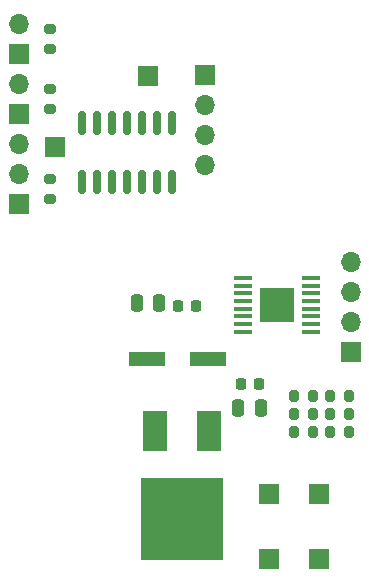
<source format=gts>
%TF.GenerationSoftware,KiCad,Pcbnew,(7.0.0-122-g9f10c142c4)*%
%TF.CreationDate,2023-03-06T13:40:13+09:00*%
%TF.ProjectId,stepper,73746570-7065-4722-9e6b-696361645f70,rev?*%
%TF.SameCoordinates,Original*%
%TF.FileFunction,Soldermask,Top*%
%TF.FilePolarity,Negative*%
%FSLAX46Y46*%
G04 Gerber Fmt 4.6, Leading zero omitted, Abs format (unit mm)*
G04 Created by KiCad (PCBNEW (7.0.0-122-g9f10c142c4)) date 2023-03-06 13:40:13*
%MOMM*%
%LPD*%
G01*
G04 APERTURE LIST*
G04 Aperture macros list*
%AMRoundRect*
0 Rectangle with rounded corners*
0 $1 Rounding radius*
0 $2 $3 $4 $5 $6 $7 $8 $9 X,Y pos of 4 corners*
0 Add a 4 corners polygon primitive as box body*
4,1,4,$2,$3,$4,$5,$6,$7,$8,$9,$2,$3,0*
0 Add four circle primitives for the rounded corners*
1,1,$1+$1,$2,$3*
1,1,$1+$1,$4,$5*
1,1,$1+$1,$6,$7*
1,1,$1+$1,$8,$9*
0 Add four rect primitives between the rounded corners*
20,1,$1+$1,$2,$3,$4,$5,0*
20,1,$1+$1,$4,$5,$6,$7,0*
20,1,$1+$1,$6,$7,$8,$9,0*
20,1,$1+$1,$8,$9,$2,$3,0*%
G04 Aperture macros list end*
%ADD10R,1.700000X1.700000*%
%ADD11RoundRect,0.150000X0.150000X-0.825000X0.150000X0.825000X-0.150000X0.825000X-0.150000X-0.825000X0*%
%ADD12RoundRect,0.200000X0.200000X0.275000X-0.200000X0.275000X-0.200000X-0.275000X0.200000X-0.275000X0*%
%ADD13O,1.700000X1.700000*%
%ADD14RoundRect,0.250000X-0.250000X-0.475000X0.250000X-0.475000X0.250000X0.475000X-0.250000X0.475000X0*%
%ADD15RoundRect,0.200000X0.275000X-0.200000X0.275000X0.200000X-0.275000X0.200000X-0.275000X-0.200000X0*%
%ADD16RoundRect,0.100000X0.675000X0.100000X-0.675000X0.100000X-0.675000X-0.100000X0.675000X-0.100000X0*%
%ADD17R,3.000000X3.000000*%
%ADD18RoundRect,0.225000X-0.225000X-0.250000X0.225000X-0.250000X0.225000X0.250000X-0.225000X0.250000X0*%
%ADD19R,2.000000X3.500000*%
%ADD20R,7.000000X7.000000*%
%ADD21R,3.098800X1.219200*%
G04 APERTURE END LIST*
D10*
%TO.C,J10*%
X146979995Y-103850006D03*
%TD*%
D11*
%TO.C,U2*%
X126920000Y-71920000D03*
X128190000Y-71920000D03*
X129460000Y-71920000D03*
X130730000Y-71920000D03*
X132000000Y-71920000D03*
X133270000Y-71920000D03*
X134540000Y-71920000D03*
X134540000Y-66970000D03*
X133270000Y-66970000D03*
X132000000Y-66970000D03*
X130730000Y-66970000D03*
X129460000Y-66970000D03*
X128190000Y-66970000D03*
X126920000Y-66970000D03*
%TD*%
D10*
%TO.C,J3*%
X132510687Y-62964868D03*
%TD*%
D12*
%TO.C,RSENA3*%
X146470000Y-90040000D03*
X144820000Y-90040000D03*
%TD*%
D10*
%TO.C,J1*%
X149649999Y-86329999D03*
D13*
X149649999Y-83789999D03*
X149649999Y-81249999D03*
X149649999Y-78709999D03*
%TD*%
D14*
%TO.C,C4*%
X140150000Y-91070000D03*
X142050000Y-91070000D03*
%TD*%
D15*
%TO.C,R1*%
X124170000Y-73335000D03*
X124170000Y-71685000D03*
%TD*%
D10*
%TO.C,J11*%
X121559999Y-73779999D03*
D13*
X121559999Y-71239999D03*
X121559999Y-68699999D03*
%TD*%
D12*
%TO.C,RSENB1*%
X149518000Y-93088000D03*
X147868000Y-93088000D03*
%TD*%
D10*
%TO.C,J9*%
X142779995Y-103850006D03*
%TD*%
%TO.C,J6*%
X146979995Y-98350006D03*
%TD*%
%TO.C,J4*%
X137329999Y-62849999D03*
D13*
X137329999Y-65389999D03*
X137329999Y-67929999D03*
X137329999Y-70469999D03*
%TD*%
D16*
%TO.C,U1*%
X146325000Y-84605000D03*
X146325000Y-83955000D03*
X146325000Y-83305000D03*
X146325000Y-82655000D03*
X146325000Y-82005000D03*
X146325000Y-81355000D03*
X146325000Y-80705000D03*
X146325000Y-80055000D03*
X140575000Y-80055000D03*
X140575000Y-80705000D03*
X140575000Y-81355000D03*
X140575000Y-82005000D03*
X140575000Y-82655000D03*
X140575000Y-83305000D03*
X140575000Y-83955000D03*
X140575000Y-84605000D03*
D17*
X143449999Y-82329999D03*
%TD*%
D15*
%TO.C,R3*%
X124170000Y-64065000D03*
X124170000Y-65715000D03*
%TD*%
D12*
%TO.C,RSENB2*%
X149518000Y-91564000D03*
X147868000Y-91564000D03*
%TD*%
%TO.C,RSENA2*%
X146470000Y-91564000D03*
X144820000Y-91564000D03*
%TD*%
D13*
%TO.C,J12*%
X121559999Y-58539999D03*
D10*
X121559999Y-61079999D03*
%TD*%
D12*
%TO.C,RSENB3*%
X149518000Y-90040000D03*
X147868000Y-90040000D03*
%TD*%
D13*
%TO.C,J13*%
X121559999Y-63619999D03*
D10*
X121559999Y-66159999D03*
%TD*%
D18*
%TO.C,C2*%
X135035000Y-82410000D03*
X136585000Y-82410000D03*
%TD*%
%TO.C,C5*%
X140375000Y-89030000D03*
X141925000Y-89030000D03*
%TD*%
D14*
%TO.C,C1*%
X131550000Y-82170000D03*
X133450000Y-82170000D03*
%TD*%
D12*
%TO.C,RSENA1*%
X146470000Y-93088000D03*
X144820000Y-93088000D03*
%TD*%
D19*
%TO.C,U3*%
X137689999Y-93019999D03*
X133109999Y-93019999D03*
D20*
X135389999Y-100419999D03*
%TD*%
D10*
%TO.C,J7*%
X124610687Y-68964868D03*
%TD*%
%TO.C,J5*%
X142779995Y-98350006D03*
%TD*%
D21*
%TO.C,C3*%
X137552699Y-86949999D03*
X132447299Y-86949999D03*
%TD*%
D15*
%TO.C,R2*%
X124170000Y-60635000D03*
X124170000Y-58985000D03*
%TD*%
M02*

</source>
